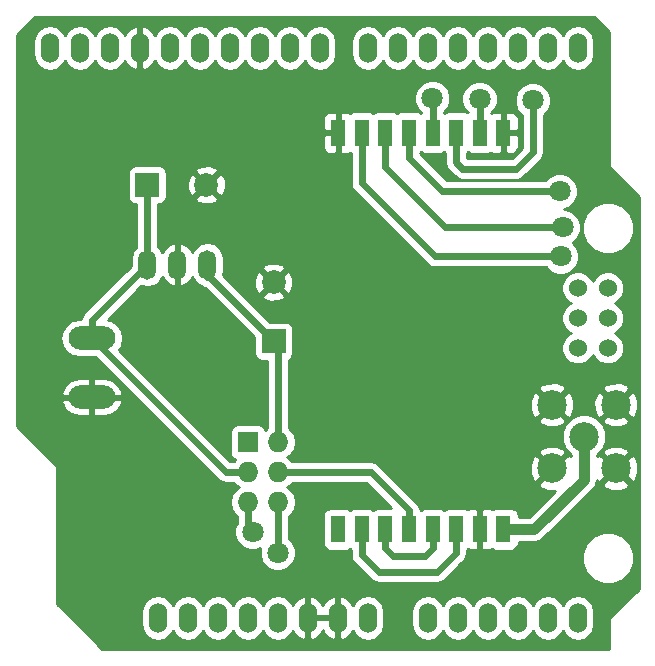
<source format=gbl>
G04 #@! TF.FileFunction,Copper,L2,Bot,Signal*
%FSLAX46Y46*%
G04 Gerber Fmt 4.6, Leading zero omitted, Abs format (unit mm)*
G04 Created by KiCad (PCBNEW 4.0.2-4+6225~38~ubuntu15.10.1-stable) date vie 19 feb 2016 01:19:40 CLT*
%MOMM*%
G01*
G04 APERTURE LIST*
%ADD10C,0.150000*%
%ADD11O,1.524000X2.540000*%
%ADD12C,1.524000*%
%ADD13O,3.962400X1.981200*%
%ADD14C,2.500000*%
%ADD15O,1.501140X2.499360*%
%ADD16R,1.727200X1.727200*%
%ADD17O,1.727200X1.727200*%
%ADD18R,1.300000X2.300000*%
%ADD19R,2.000000X2.000000*%
%ADD20C,2.000000*%
%ADD21C,1.800000*%
%ADD22C,0.600000*%
%ADD23C,0.900000*%
%ADD24C,0.254000*%
G04 APERTURE END LIST*
D10*
D11*
X82080100Y-82092800D03*
X79540100Y-82092800D03*
X77000100Y-82092800D03*
X69380100Y-82092800D03*
X71920100Y-82092800D03*
X74460100Y-82092800D03*
X64300100Y-82092800D03*
X61760100Y-82092800D03*
X59220100Y-82092800D03*
X54140100Y-82092800D03*
X51600100Y-82092800D03*
X82080100Y-33832800D03*
X79540100Y-33832800D03*
X77000100Y-33832800D03*
X74460100Y-33832800D03*
X71920100Y-33832800D03*
X69380100Y-33832800D03*
X66840100Y-33832800D03*
X64300100Y-33832800D03*
X60236100Y-33832800D03*
X57696100Y-33832800D03*
X55156100Y-33832800D03*
X52616100Y-33832800D03*
X50076100Y-33832800D03*
X47536100Y-33832800D03*
X44996100Y-33832800D03*
X42456100Y-33832800D03*
X56680100Y-82092800D03*
X39916100Y-33832800D03*
X37376100Y-33832800D03*
X49060100Y-82092800D03*
X46520100Y-82092800D03*
D12*
X82080100Y-54152800D03*
X84620100Y-54152800D03*
X82080100Y-56692800D03*
X84620100Y-56692800D03*
X82080100Y-59232800D03*
X84620100Y-59232800D03*
D13*
X40932100Y-63412500D03*
X40932100Y-58412500D03*
D14*
X85300800Y-69438500D03*
X85300800Y-64038500D03*
X79900800Y-69438500D03*
X79900800Y-64038500D03*
X82600800Y-66738500D03*
D15*
X48171100Y-52197000D03*
X45631100Y-52197000D03*
X50711100Y-52197000D03*
D16*
X54140100Y-67221100D03*
D17*
X56680100Y-67221100D03*
X54140100Y-69761100D03*
X56680100Y-69761100D03*
X54140100Y-72301100D03*
X56680100Y-72301100D03*
D18*
X75780800Y-41008300D03*
X73780800Y-41008300D03*
X71780800Y-41008300D03*
X69780800Y-41008300D03*
X67780800Y-41008300D03*
X65780800Y-41008300D03*
X63780800Y-41008300D03*
X61780800Y-41008300D03*
X75780800Y-74602400D03*
X73780800Y-74602400D03*
X71780800Y-74602400D03*
X69780800Y-74602400D03*
X67780800Y-74602400D03*
X65780800Y-74602400D03*
X63780800Y-74602400D03*
X61780800Y-74602400D03*
D19*
X45631100Y-45427900D03*
D20*
X50631100Y-45427900D03*
D19*
X56324500Y-58674000D03*
D20*
X56324500Y-53674000D03*
D21*
X78270100Y-38277800D03*
X69761100Y-38087300D03*
X80619600Y-51485800D03*
X80556100Y-45961300D03*
X80810100Y-49009300D03*
X73761600Y-38150800D03*
X54546500Y-74790300D03*
X56667400Y-76581000D03*
D22*
X71780800Y-41008300D02*
X71780800Y-43536000D01*
X78270100Y-42659300D02*
X78270100Y-38277800D01*
X76873100Y-44056300D02*
X78270100Y-42659300D01*
X72301100Y-44056300D02*
X76873100Y-44056300D01*
X71780800Y-43536000D02*
X72301100Y-44056300D01*
X69780800Y-41008300D02*
X69780800Y-38107000D01*
X69780800Y-38107000D02*
X69761100Y-38087300D01*
X63780800Y-41008300D02*
X63780800Y-45315000D01*
X69951600Y-51485800D02*
X80619600Y-51485800D01*
X63780800Y-45315000D02*
X69951600Y-51485800D01*
X67780800Y-41008300D02*
X67780800Y-43155500D01*
X70586600Y-45961300D02*
X80556100Y-45961300D01*
X67780800Y-43155500D02*
X70586600Y-45961300D01*
X65780800Y-41008300D02*
X65780800Y-43949500D01*
X70840600Y-49009300D02*
X80810100Y-49009300D01*
X65780800Y-43949500D02*
X70840600Y-49009300D01*
X65780800Y-74602400D02*
X65780800Y-76167100D01*
X69780800Y-76167600D02*
X69780800Y-74602400D01*
X69126100Y-76822300D02*
X69780800Y-76167600D01*
X66436000Y-76822300D02*
X69126100Y-76822300D01*
X65780800Y-76167100D02*
X66436000Y-76822300D01*
X63780800Y-74602400D02*
X63780800Y-76747500D01*
X71780800Y-76580600D02*
X71780800Y-74602400D01*
X70142100Y-78219300D02*
X71780800Y-76580600D01*
X65252600Y-78219300D02*
X70142100Y-78219300D01*
X63780800Y-76747500D02*
X65252600Y-78219300D01*
D23*
X75780800Y-74602400D02*
X78394500Y-74602400D01*
X82600800Y-70396100D02*
X82600800Y-66738500D01*
X78394500Y-74602400D02*
X82600800Y-70396100D01*
D22*
X73780800Y-41008300D02*
X73780800Y-38170000D01*
X73780800Y-38170000D02*
X73761600Y-38150800D01*
X50711100Y-52197000D02*
X50711100Y-53060600D01*
X50711100Y-53060600D02*
X56680100Y-59029600D01*
X56680100Y-59029600D02*
X56680100Y-67221100D01*
X50711100Y-52197000D02*
X50711100Y-53263800D01*
X40932100Y-58412500D02*
X40932100Y-56896000D01*
X40932100Y-56896000D02*
X45631100Y-52197000D01*
X45631100Y-52197000D02*
X45631100Y-45427900D01*
X54140100Y-69761100D02*
X52280700Y-69761100D01*
X52280700Y-69761100D02*
X40932100Y-58412500D01*
X56680100Y-69761100D02*
X64541400Y-69761100D01*
X67780800Y-73000500D02*
X67780800Y-74602400D01*
X64541400Y-69761100D02*
X67780800Y-73000500D01*
X54140100Y-72301100D02*
X54140100Y-74383900D01*
X54140100Y-74383900D02*
X54546500Y-74790300D01*
X56680100Y-72301100D02*
X56680100Y-76568300D01*
X56680100Y-76568300D02*
X56667400Y-76581000D01*
D24*
G36*
X84683600Y-32488406D02*
X84683600Y-43865800D01*
X84693606Y-43915210D01*
X84720797Y-43955603D01*
X87223600Y-46458406D01*
X87223600Y-79627194D01*
X84720797Y-82129997D01*
X84692934Y-82172011D01*
X84683600Y-82219800D01*
X84683600Y-84696300D01*
X41784806Y-84696300D01*
X38635985Y-81547479D01*
X45123100Y-81547479D01*
X45123100Y-82638121D01*
X45229440Y-83172730D01*
X45532272Y-83625949D01*
X45985491Y-83928781D01*
X46520100Y-84035121D01*
X47054709Y-83928781D01*
X47507928Y-83625949D01*
X47790100Y-83203650D01*
X48072272Y-83625949D01*
X48525491Y-83928781D01*
X49060100Y-84035121D01*
X49594709Y-83928781D01*
X50047928Y-83625949D01*
X50330100Y-83203650D01*
X50612272Y-83625949D01*
X51065491Y-83928781D01*
X51600100Y-84035121D01*
X52134709Y-83928781D01*
X52587928Y-83625949D01*
X52870100Y-83203650D01*
X53152272Y-83625949D01*
X53605491Y-83928781D01*
X54140100Y-84035121D01*
X54674709Y-83928781D01*
X55127928Y-83625949D01*
X55410100Y-83203650D01*
X55692272Y-83625949D01*
X56145491Y-83928781D01*
X56680100Y-84035121D01*
X57214709Y-83928781D01*
X57667928Y-83625949D01*
X57959430Y-83189687D01*
X57978041Y-83252741D01*
X58322074Y-83678430D01*
X58802823Y-83940060D01*
X58877030Y-83955020D01*
X59093100Y-83832520D01*
X59093100Y-82219800D01*
X59347100Y-82219800D01*
X59347100Y-83832520D01*
X59563170Y-83955020D01*
X59637377Y-83940060D01*
X60118126Y-83678430D01*
X60462159Y-83252741D01*
X60490100Y-83158077D01*
X60518041Y-83252741D01*
X60862074Y-83678430D01*
X61342823Y-83940060D01*
X61417030Y-83955020D01*
X61633100Y-83832520D01*
X61633100Y-82219800D01*
X59347100Y-82219800D01*
X59093100Y-82219800D01*
X59073100Y-82219800D01*
X59073100Y-81965800D01*
X59093100Y-81965800D01*
X59093100Y-80353080D01*
X59347100Y-80353080D01*
X59347100Y-81965800D01*
X61633100Y-81965800D01*
X61633100Y-80353080D01*
X61887100Y-80353080D01*
X61887100Y-81965800D01*
X61907100Y-81965800D01*
X61907100Y-82219800D01*
X61887100Y-82219800D01*
X61887100Y-83832520D01*
X62103170Y-83955020D01*
X62177377Y-83940060D01*
X62658126Y-83678430D01*
X63002159Y-83252741D01*
X63020770Y-83189687D01*
X63312272Y-83625949D01*
X63765491Y-83928781D01*
X64300100Y-84035121D01*
X64834709Y-83928781D01*
X65287928Y-83625949D01*
X65590760Y-83172730D01*
X65697100Y-82638121D01*
X65697100Y-81547479D01*
X67983100Y-81547479D01*
X67983100Y-82638121D01*
X68089440Y-83172730D01*
X68392272Y-83625949D01*
X68845491Y-83928781D01*
X69380100Y-84035121D01*
X69914709Y-83928781D01*
X70367928Y-83625949D01*
X70650100Y-83203650D01*
X70932272Y-83625949D01*
X71385491Y-83928781D01*
X71920100Y-84035121D01*
X72454709Y-83928781D01*
X72907928Y-83625949D01*
X73190100Y-83203650D01*
X73472272Y-83625949D01*
X73925491Y-83928781D01*
X74460100Y-84035121D01*
X74994709Y-83928781D01*
X75447928Y-83625949D01*
X75730100Y-83203650D01*
X76012272Y-83625949D01*
X76465491Y-83928781D01*
X77000100Y-84035121D01*
X77534709Y-83928781D01*
X77987928Y-83625949D01*
X78270100Y-83203650D01*
X78552272Y-83625949D01*
X79005491Y-83928781D01*
X79540100Y-84035121D01*
X80074709Y-83928781D01*
X80527928Y-83625949D01*
X80810100Y-83203650D01*
X81092272Y-83625949D01*
X81545491Y-83928781D01*
X82080100Y-84035121D01*
X82614709Y-83928781D01*
X83067928Y-83625949D01*
X83370760Y-83172730D01*
X83477100Y-82638121D01*
X83477100Y-81547479D01*
X83370760Y-81012870D01*
X83067928Y-80559651D01*
X82614709Y-80256819D01*
X82080100Y-80150479D01*
X81545491Y-80256819D01*
X81092272Y-80559651D01*
X80810100Y-80981950D01*
X80527928Y-80559651D01*
X80074709Y-80256819D01*
X79540100Y-80150479D01*
X79005491Y-80256819D01*
X78552272Y-80559651D01*
X78270100Y-80981950D01*
X77987928Y-80559651D01*
X77534709Y-80256819D01*
X77000100Y-80150479D01*
X76465491Y-80256819D01*
X76012272Y-80559651D01*
X75730100Y-80981950D01*
X75447928Y-80559651D01*
X74994709Y-80256819D01*
X74460100Y-80150479D01*
X73925491Y-80256819D01*
X73472272Y-80559651D01*
X73190100Y-80981950D01*
X72907928Y-80559651D01*
X72454709Y-80256819D01*
X71920100Y-80150479D01*
X71385491Y-80256819D01*
X70932272Y-80559651D01*
X70650100Y-80981950D01*
X70367928Y-80559651D01*
X69914709Y-80256819D01*
X69380100Y-80150479D01*
X68845491Y-80256819D01*
X68392272Y-80559651D01*
X68089440Y-81012870D01*
X67983100Y-81547479D01*
X65697100Y-81547479D01*
X65590760Y-81012870D01*
X65287928Y-80559651D01*
X64834709Y-80256819D01*
X64300100Y-80150479D01*
X63765491Y-80256819D01*
X63312272Y-80559651D01*
X63020770Y-80995913D01*
X63002159Y-80932859D01*
X62658126Y-80507170D01*
X62177377Y-80245540D01*
X62103170Y-80230580D01*
X61887100Y-80353080D01*
X61633100Y-80353080D01*
X61417030Y-80230580D01*
X61342823Y-80245540D01*
X60862074Y-80507170D01*
X60518041Y-80932859D01*
X60490100Y-81027523D01*
X60462159Y-80932859D01*
X60118126Y-80507170D01*
X59637377Y-80245540D01*
X59563170Y-80230580D01*
X59347100Y-80353080D01*
X59093100Y-80353080D01*
X58877030Y-80230580D01*
X58802823Y-80245540D01*
X58322074Y-80507170D01*
X57978041Y-80932859D01*
X57959430Y-80995913D01*
X57667928Y-80559651D01*
X57214709Y-80256819D01*
X56680100Y-80150479D01*
X56145491Y-80256819D01*
X55692272Y-80559651D01*
X55410100Y-80981950D01*
X55127928Y-80559651D01*
X54674709Y-80256819D01*
X54140100Y-80150479D01*
X53605491Y-80256819D01*
X53152272Y-80559651D01*
X52870100Y-80981950D01*
X52587928Y-80559651D01*
X52134709Y-80256819D01*
X51600100Y-80150479D01*
X51065491Y-80256819D01*
X50612272Y-80559651D01*
X50330100Y-80981950D01*
X50047928Y-80559651D01*
X49594709Y-80256819D01*
X49060100Y-80150479D01*
X48525491Y-80256819D01*
X48072272Y-80559651D01*
X47790100Y-80981950D01*
X47507928Y-80559651D01*
X47054709Y-80256819D01*
X46520100Y-80150479D01*
X45985491Y-80256819D01*
X45532272Y-80559651D01*
X45229440Y-81012870D01*
X45123100Y-81547479D01*
X38635985Y-81547479D01*
X38023800Y-80935294D01*
X38023800Y-69342000D01*
X38013794Y-69292590D01*
X37986603Y-69252197D01*
X37813152Y-69078746D01*
X37809668Y-69073532D01*
X34607500Y-65871364D01*
X34607500Y-63791459D01*
X38360689Y-63791459D01*
X38391040Y-63917257D01*
X38702224Y-64472170D01*
X39202077Y-64865758D01*
X39814500Y-65038100D01*
X40805100Y-65038100D01*
X40805100Y-63539500D01*
X41059100Y-63539500D01*
X41059100Y-65038100D01*
X42049700Y-65038100D01*
X42662123Y-64865758D01*
X43161976Y-64472170D01*
X43473160Y-63917257D01*
X43503511Y-63791459D01*
X43384042Y-63539500D01*
X41059100Y-63539500D01*
X40805100Y-63539500D01*
X38480158Y-63539500D01*
X38360689Y-63791459D01*
X34607500Y-63791459D01*
X34607500Y-63033541D01*
X38360689Y-63033541D01*
X38480158Y-63285500D01*
X40805100Y-63285500D01*
X40805100Y-61786900D01*
X41059100Y-61786900D01*
X41059100Y-63285500D01*
X43384042Y-63285500D01*
X43503511Y-63033541D01*
X43473160Y-62907743D01*
X43161976Y-62352830D01*
X42662123Y-61959242D01*
X42049700Y-61786900D01*
X41059100Y-61786900D01*
X40805100Y-61786900D01*
X39814500Y-61786900D01*
X39202077Y-61959242D01*
X38702224Y-62352830D01*
X38391040Y-62907743D01*
X38360689Y-63033541D01*
X34607500Y-63033541D01*
X34607500Y-58412500D01*
X38264646Y-58412500D01*
X38388387Y-59034590D01*
X38740773Y-59561973D01*
X39268156Y-59914359D01*
X39890246Y-60038100D01*
X41235410Y-60038100D01*
X51619555Y-70422245D01*
X51922891Y-70624927D01*
X52280700Y-70696100D01*
X52967769Y-70696100D01*
X53051071Y-70820770D01*
X53365852Y-71031100D01*
X53051071Y-71241430D01*
X52726215Y-71727611D01*
X52612141Y-72301100D01*
X52726215Y-72874589D01*
X53051071Y-73360770D01*
X53205100Y-73463689D01*
X53205100Y-74018032D01*
X53011767Y-74483630D01*
X53011235Y-75094291D01*
X53244432Y-75658671D01*
X53675857Y-76090851D01*
X54239830Y-76325033D01*
X54850491Y-76325565D01*
X55165427Y-76195436D01*
X55132667Y-76274330D01*
X55132135Y-76884991D01*
X55365332Y-77449371D01*
X55796757Y-77881551D01*
X56360730Y-78115733D01*
X56971391Y-78116265D01*
X57535771Y-77883068D01*
X57967951Y-77451643D01*
X58202133Y-76887670D01*
X58202665Y-76277009D01*
X57969468Y-75712629D01*
X57615100Y-75357641D01*
X57615100Y-73463689D01*
X57769129Y-73360770D01*
X58093985Y-72874589D01*
X58208059Y-72301100D01*
X58093985Y-71727611D01*
X57769129Y-71241430D01*
X57454348Y-71031100D01*
X57769129Y-70820770D01*
X57852431Y-70696100D01*
X64154110Y-70696100D01*
X66262970Y-72804960D01*
X65130800Y-72804960D01*
X64895483Y-72849238D01*
X64780822Y-72923020D01*
X64682690Y-72855969D01*
X64430800Y-72804960D01*
X63130800Y-72804960D01*
X62895483Y-72849238D01*
X62780822Y-72923020D01*
X62682690Y-72855969D01*
X62430800Y-72804960D01*
X61130800Y-72804960D01*
X60895483Y-72849238D01*
X60679359Y-72988310D01*
X60534369Y-73200510D01*
X60483360Y-73452400D01*
X60483360Y-75752400D01*
X60527638Y-75987717D01*
X60666710Y-76203841D01*
X60878910Y-76348831D01*
X61130800Y-76399840D01*
X62430800Y-76399840D01*
X62666117Y-76355562D01*
X62780778Y-76281780D01*
X62845800Y-76326208D01*
X62845800Y-76747500D01*
X62916973Y-77105309D01*
X63119655Y-77408645D01*
X64591455Y-78880445D01*
X64894791Y-79083127D01*
X64954156Y-79094936D01*
X65252600Y-79154301D01*
X65252605Y-79154300D01*
X70142100Y-79154300D01*
X70499909Y-79083127D01*
X70803245Y-78880445D01*
X72230747Y-77452943D01*
X82397215Y-77452943D01*
X82734858Y-78270100D01*
X83359511Y-78895845D01*
X84176078Y-79234913D01*
X85060243Y-79235685D01*
X85877400Y-78898042D01*
X86503145Y-78273389D01*
X86842213Y-77456822D01*
X86842985Y-76572657D01*
X86505342Y-75755500D01*
X85880689Y-75129755D01*
X85064122Y-74790687D01*
X84179957Y-74789915D01*
X83362800Y-75127558D01*
X82737055Y-75752211D01*
X82397987Y-76568778D01*
X82397215Y-77452943D01*
X72230747Y-77452943D01*
X72441945Y-77241745D01*
X72644627Y-76938409D01*
X72715800Y-76580600D01*
X72715800Y-76323592D01*
X72769446Y-76289071D01*
X72771102Y-76290727D01*
X73004491Y-76387400D01*
X73495050Y-76387400D01*
X73653800Y-76228650D01*
X73653800Y-74729400D01*
X73633800Y-74729400D01*
X73633800Y-74475400D01*
X73653800Y-74475400D01*
X73653800Y-72976150D01*
X73907800Y-72976150D01*
X73907800Y-74475400D01*
X73927800Y-74475400D01*
X73927800Y-74729400D01*
X73907800Y-74729400D01*
X73907800Y-76228650D01*
X74066550Y-76387400D01*
X74557109Y-76387400D01*
X74790498Y-76290727D01*
X74791868Y-76289357D01*
X74878910Y-76348831D01*
X75130800Y-76399840D01*
X76430800Y-76399840D01*
X76666117Y-76355562D01*
X76882241Y-76216490D01*
X77027231Y-76004290D01*
X77078240Y-75752400D01*
X77078240Y-75687400D01*
X78394500Y-75687400D01*
X78809712Y-75604809D01*
X79161711Y-75369611D01*
X83368011Y-71163311D01*
X83603210Y-70811311D01*
X83611065Y-70771820D01*
X84147085Y-70771820D01*
X84276333Y-71064623D01*
X84976606Y-71332888D01*
X85726235Y-71312750D01*
X86325267Y-71064623D01*
X86454515Y-70771820D01*
X85300800Y-69618105D01*
X84147085Y-70771820D01*
X83611065Y-70771820D01*
X83673206Y-70459417D01*
X83674677Y-70462967D01*
X83967480Y-70592215D01*
X85121195Y-69438500D01*
X85480405Y-69438500D01*
X86634120Y-70592215D01*
X86926923Y-70462967D01*
X87195188Y-69762694D01*
X87175050Y-69013065D01*
X86926923Y-68414033D01*
X86634120Y-68284785D01*
X85480405Y-69438500D01*
X85121195Y-69438500D01*
X83967480Y-68284785D01*
X83685800Y-68409123D01*
X83685800Y-68318861D01*
X83899854Y-68105180D01*
X84147085Y-68105180D01*
X85300800Y-69258895D01*
X86454515Y-68105180D01*
X86325267Y-67812377D01*
X85624994Y-67544112D01*
X84875365Y-67564250D01*
X84276333Y-67812377D01*
X84147085Y-68105180D01*
X83899854Y-68105180D01*
X84197893Y-67807661D01*
X84485472Y-67115095D01*
X84486126Y-66365195D01*
X84199757Y-65672128D01*
X83899973Y-65371820D01*
X84147085Y-65371820D01*
X84276333Y-65664623D01*
X84976606Y-65932888D01*
X85726235Y-65912750D01*
X86325267Y-65664623D01*
X86454515Y-65371820D01*
X85300800Y-64218105D01*
X84147085Y-65371820D01*
X83899973Y-65371820D01*
X83669961Y-65141407D01*
X82977395Y-64853828D01*
X82227495Y-64853174D01*
X81534428Y-65139543D01*
X81003707Y-65669339D01*
X80716128Y-66361905D01*
X80715474Y-67111805D01*
X81001843Y-67804872D01*
X81515800Y-68319726D01*
X81515800Y-68409123D01*
X81234120Y-68284785D01*
X80080405Y-69438500D01*
X80094548Y-69452643D01*
X79914943Y-69632248D01*
X79900800Y-69618105D01*
X78747085Y-70771820D01*
X78876333Y-71064623D01*
X79576606Y-71332888D01*
X80144855Y-71317623D01*
X77945078Y-73517400D01*
X77078240Y-73517400D01*
X77078240Y-73452400D01*
X77033962Y-73217083D01*
X76894890Y-73000959D01*
X76682690Y-72855969D01*
X76430800Y-72804960D01*
X75130800Y-72804960D01*
X74895483Y-72849238D01*
X74792154Y-72915729D01*
X74790498Y-72914073D01*
X74557109Y-72817400D01*
X74066550Y-72817400D01*
X73907800Y-72976150D01*
X73653800Y-72976150D01*
X73495050Y-72817400D01*
X73004491Y-72817400D01*
X72771102Y-72914073D01*
X72769732Y-72915443D01*
X72682690Y-72855969D01*
X72430800Y-72804960D01*
X71130800Y-72804960D01*
X70895483Y-72849238D01*
X70780822Y-72923020D01*
X70682690Y-72855969D01*
X70430800Y-72804960D01*
X69130800Y-72804960D01*
X68895483Y-72849238D01*
X68780822Y-72923020D01*
X68687737Y-72859417D01*
X68644627Y-72642691D01*
X68441945Y-72339355D01*
X65216896Y-69114306D01*
X78006412Y-69114306D01*
X78026550Y-69863935D01*
X78274677Y-70462967D01*
X78567480Y-70592215D01*
X79721195Y-69438500D01*
X78567480Y-68284785D01*
X78274677Y-68414033D01*
X78006412Y-69114306D01*
X65216896Y-69114306D01*
X65202545Y-69099955D01*
X64899209Y-68897273D01*
X64541400Y-68826100D01*
X57852431Y-68826100D01*
X57769129Y-68701430D01*
X57454348Y-68491100D01*
X57769129Y-68280770D01*
X57886454Y-68105180D01*
X78747085Y-68105180D01*
X79900800Y-69258895D01*
X81054515Y-68105180D01*
X80925267Y-67812377D01*
X80224994Y-67544112D01*
X79475365Y-67564250D01*
X78876333Y-67812377D01*
X78747085Y-68105180D01*
X57886454Y-68105180D01*
X58093985Y-67794589D01*
X58208059Y-67221100D01*
X58093985Y-66647611D01*
X57769129Y-66161430D01*
X57615100Y-66058511D01*
X57615100Y-65371820D01*
X78747085Y-65371820D01*
X78876333Y-65664623D01*
X79576606Y-65932888D01*
X80326235Y-65912750D01*
X80925267Y-65664623D01*
X81054515Y-65371820D01*
X79900800Y-64218105D01*
X78747085Y-65371820D01*
X57615100Y-65371820D01*
X57615100Y-63714306D01*
X78006412Y-63714306D01*
X78026550Y-64463935D01*
X78274677Y-65062967D01*
X78567480Y-65192215D01*
X79721195Y-64038500D01*
X80080405Y-64038500D01*
X81234120Y-65192215D01*
X81526923Y-65062967D01*
X81795188Y-64362694D01*
X81777770Y-63714306D01*
X83406412Y-63714306D01*
X83426550Y-64463935D01*
X83674677Y-65062967D01*
X83967480Y-65192215D01*
X85121195Y-64038500D01*
X85480405Y-64038500D01*
X86634120Y-65192215D01*
X86926923Y-65062967D01*
X87195188Y-64362694D01*
X87175050Y-63613065D01*
X86926923Y-63014033D01*
X86634120Y-62884785D01*
X85480405Y-64038500D01*
X85121195Y-64038500D01*
X83967480Y-62884785D01*
X83674677Y-63014033D01*
X83406412Y-63714306D01*
X81777770Y-63714306D01*
X81775050Y-63613065D01*
X81526923Y-63014033D01*
X81234120Y-62884785D01*
X80080405Y-64038500D01*
X79721195Y-64038500D01*
X78567480Y-62884785D01*
X78274677Y-63014033D01*
X78006412Y-63714306D01*
X57615100Y-63714306D01*
X57615100Y-62705180D01*
X78747085Y-62705180D01*
X79900800Y-63858895D01*
X81054515Y-62705180D01*
X84147085Y-62705180D01*
X85300800Y-63858895D01*
X86454515Y-62705180D01*
X86325267Y-62412377D01*
X85624994Y-62144112D01*
X84875365Y-62164250D01*
X84276333Y-62412377D01*
X84147085Y-62705180D01*
X81054515Y-62705180D01*
X80925267Y-62412377D01*
X80224994Y-62144112D01*
X79475365Y-62164250D01*
X78876333Y-62412377D01*
X78747085Y-62705180D01*
X57615100Y-62705180D01*
X57615100Y-60241588D01*
X57775941Y-60138090D01*
X57920931Y-59925890D01*
X57971940Y-59674000D01*
X57971940Y-57674000D01*
X57927662Y-57438683D01*
X57788590Y-57222559D01*
X57576390Y-57077569D01*
X57324500Y-57026560D01*
X55999350Y-57026560D01*
X53799322Y-54826532D01*
X55351573Y-54826532D01*
X55450236Y-55093387D01*
X56059961Y-55319908D01*
X56709960Y-55295856D01*
X57198764Y-55093387D01*
X57297427Y-54826532D01*
X56324500Y-53853605D01*
X55351573Y-54826532D01*
X53799322Y-54826532D01*
X52382251Y-53409461D01*
X54678592Y-53409461D01*
X54702644Y-54059460D01*
X54905113Y-54548264D01*
X55171968Y-54646927D01*
X56144895Y-53674000D01*
X56504105Y-53674000D01*
X57477032Y-54646927D01*
X57743887Y-54548264D01*
X57788023Y-54429461D01*
X80682858Y-54429461D01*
X80895090Y-54943103D01*
X81287730Y-55336429D01*
X81495612Y-55422749D01*
X81289797Y-55507790D01*
X80896471Y-55900430D01*
X80683343Y-56413700D01*
X80682858Y-56969461D01*
X80895090Y-57483103D01*
X81287730Y-57876429D01*
X81495612Y-57962749D01*
X81289797Y-58047790D01*
X80896471Y-58440430D01*
X80683343Y-58953700D01*
X80682858Y-59509461D01*
X80895090Y-60023103D01*
X81287730Y-60416429D01*
X81801000Y-60629557D01*
X82356761Y-60630042D01*
X82870403Y-60417810D01*
X83263729Y-60025170D01*
X83350049Y-59817288D01*
X83435090Y-60023103D01*
X83827730Y-60416429D01*
X84341000Y-60629557D01*
X84896761Y-60630042D01*
X85410403Y-60417810D01*
X85803729Y-60025170D01*
X86016857Y-59511900D01*
X86017342Y-58956139D01*
X85805110Y-58442497D01*
X85412470Y-58049171D01*
X85204588Y-57962851D01*
X85410403Y-57877810D01*
X85803729Y-57485170D01*
X86016857Y-56971900D01*
X86017342Y-56416139D01*
X85805110Y-55902497D01*
X85412470Y-55509171D01*
X85204588Y-55422851D01*
X85410403Y-55337810D01*
X85803729Y-54945170D01*
X86016857Y-54431900D01*
X86017342Y-53876139D01*
X85805110Y-53362497D01*
X85412470Y-52969171D01*
X84899200Y-52756043D01*
X84343439Y-52755558D01*
X83829797Y-52967790D01*
X83436471Y-53360430D01*
X83350151Y-53568312D01*
X83265110Y-53362497D01*
X82872470Y-52969171D01*
X82359200Y-52756043D01*
X81803439Y-52755558D01*
X81289797Y-52967790D01*
X80896471Y-53360430D01*
X80683343Y-53873700D01*
X80682858Y-54429461D01*
X57788023Y-54429461D01*
X57970408Y-53938539D01*
X57946356Y-53288540D01*
X57743887Y-52799736D01*
X57477032Y-52701073D01*
X56504105Y-53674000D01*
X56144895Y-53674000D01*
X55171968Y-52701073D01*
X54905113Y-52799736D01*
X54678592Y-53409461D01*
X52382251Y-53409461D01*
X52031824Y-53059034D01*
X52096670Y-52733033D01*
X52096670Y-52521468D01*
X55351573Y-52521468D01*
X56324500Y-53494395D01*
X57297427Y-52521468D01*
X57198764Y-52254613D01*
X56589039Y-52028092D01*
X55939040Y-52052144D01*
X55450236Y-52254613D01*
X55351573Y-52521468D01*
X52096670Y-52521468D01*
X52096670Y-51660967D01*
X51991200Y-51130732D01*
X51690846Y-50681221D01*
X51241335Y-50380867D01*
X50711100Y-50275397D01*
X50180865Y-50380867D01*
X49731354Y-50681221D01*
X49431000Y-51130732D01*
X49429150Y-51140032D01*
X49402599Y-51050323D01*
X49061044Y-50628342D01*
X48584003Y-50369190D01*
X48512375Y-50355007D01*
X48298100Y-50477661D01*
X48298100Y-52070000D01*
X48318100Y-52070000D01*
X48318100Y-52324000D01*
X48298100Y-52324000D01*
X48298100Y-53916339D01*
X48512375Y-54038993D01*
X48584003Y-54024810D01*
X49061044Y-53765658D01*
X49402599Y-53343677D01*
X49429150Y-53253968D01*
X49431000Y-53263268D01*
X49731354Y-53712779D01*
X50180865Y-54013133D01*
X50182393Y-54013437D01*
X50353291Y-54127627D01*
X50481300Y-54153090D01*
X54677060Y-58348850D01*
X54677060Y-59674000D01*
X54721338Y-59909317D01*
X54860410Y-60125441D01*
X55072610Y-60270431D01*
X55324500Y-60321440D01*
X55745100Y-60321440D01*
X55745100Y-66058511D01*
X55611658Y-66147674D01*
X55606862Y-66122183D01*
X55467790Y-65906059D01*
X55255590Y-65761069D01*
X55003700Y-65710060D01*
X53276500Y-65710060D01*
X53041183Y-65754338D01*
X52825059Y-65893410D01*
X52680069Y-66105610D01*
X52629060Y-66357500D01*
X52629060Y-68084700D01*
X52673338Y-68320017D01*
X52812410Y-68536141D01*
X53024610Y-68681131D01*
X53068231Y-68689964D01*
X53051071Y-68701430D01*
X52967769Y-68826100D01*
X52667990Y-68826100D01*
X43235754Y-59393864D01*
X43475813Y-59034590D01*
X43599554Y-58412500D01*
X43475813Y-57790410D01*
X43123427Y-57263027D01*
X42596044Y-56910641D01*
X42298862Y-56851528D01*
X45131219Y-54019171D01*
X45631100Y-54118603D01*
X46161335Y-54013133D01*
X46610846Y-53712779D01*
X46911200Y-53263268D01*
X46913050Y-53253968D01*
X46939601Y-53343677D01*
X47281156Y-53765658D01*
X47758197Y-54024810D01*
X47829825Y-54038993D01*
X48044100Y-53916339D01*
X48044100Y-52324000D01*
X48024100Y-52324000D01*
X48024100Y-52070000D01*
X48044100Y-52070000D01*
X48044100Y-50477661D01*
X47829825Y-50355007D01*
X47758197Y-50369190D01*
X47281156Y-50628342D01*
X46939601Y-51050323D01*
X46913050Y-51140032D01*
X46911200Y-51130732D01*
X46610846Y-50681221D01*
X46566100Y-50651323D01*
X46566100Y-47075340D01*
X46631100Y-47075340D01*
X46866417Y-47031062D01*
X47082541Y-46891990D01*
X47227531Y-46679790D01*
X47247651Y-46580432D01*
X49658173Y-46580432D01*
X49756836Y-46847287D01*
X50366561Y-47073808D01*
X51016560Y-47049756D01*
X51505364Y-46847287D01*
X51604027Y-46580432D01*
X50631100Y-45607505D01*
X49658173Y-46580432D01*
X47247651Y-46580432D01*
X47278540Y-46427900D01*
X47278540Y-45163361D01*
X48985192Y-45163361D01*
X49009244Y-45813360D01*
X49211713Y-46302164D01*
X49478568Y-46400827D01*
X50451495Y-45427900D01*
X50810705Y-45427900D01*
X51783632Y-46400827D01*
X52050487Y-46302164D01*
X52277008Y-45692439D01*
X52252956Y-45042440D01*
X52050487Y-44553636D01*
X51783632Y-44454973D01*
X50810705Y-45427900D01*
X50451495Y-45427900D01*
X49478568Y-44454973D01*
X49211713Y-44553636D01*
X48985192Y-45163361D01*
X47278540Y-45163361D01*
X47278540Y-44427900D01*
X47249840Y-44275368D01*
X49658173Y-44275368D01*
X50631100Y-45248295D01*
X51604027Y-44275368D01*
X51505364Y-44008513D01*
X50895639Y-43781992D01*
X50245640Y-43806044D01*
X49756836Y-44008513D01*
X49658173Y-44275368D01*
X47249840Y-44275368D01*
X47234262Y-44192583D01*
X47095190Y-43976459D01*
X46882990Y-43831469D01*
X46631100Y-43780460D01*
X44631100Y-43780460D01*
X44395783Y-43824738D01*
X44179659Y-43963810D01*
X44034669Y-44176010D01*
X43983660Y-44427900D01*
X43983660Y-46427900D01*
X44027938Y-46663217D01*
X44167010Y-46879341D01*
X44379210Y-47024331D01*
X44631100Y-47075340D01*
X44696100Y-47075340D01*
X44696100Y-50651323D01*
X44651354Y-50681221D01*
X44351000Y-51130732D01*
X44245530Y-51660967D01*
X44245530Y-52260280D01*
X40270955Y-56234855D01*
X40068273Y-56538191D01*
X40018801Y-56786900D01*
X39890246Y-56786900D01*
X39268156Y-56910641D01*
X38740773Y-57263027D01*
X38388387Y-57790410D01*
X38264646Y-58412500D01*
X34607500Y-58412500D01*
X34607500Y-41294050D01*
X60495800Y-41294050D01*
X60495800Y-42284610D01*
X60592473Y-42517999D01*
X60771102Y-42696627D01*
X61004491Y-42793300D01*
X61495050Y-42793300D01*
X61653800Y-42634550D01*
X61653800Y-41135300D01*
X60654550Y-41135300D01*
X60495800Y-41294050D01*
X34607500Y-41294050D01*
X34607500Y-39731990D01*
X60495800Y-39731990D01*
X60495800Y-40722550D01*
X60654550Y-40881300D01*
X61653800Y-40881300D01*
X61653800Y-39382050D01*
X61907800Y-39382050D01*
X61907800Y-40881300D01*
X61927800Y-40881300D01*
X61927800Y-41135300D01*
X61907800Y-41135300D01*
X61907800Y-42634550D01*
X62066550Y-42793300D01*
X62557109Y-42793300D01*
X62790498Y-42696627D01*
X62791868Y-42695257D01*
X62845800Y-42732108D01*
X62845800Y-45315000D01*
X62916973Y-45672809D01*
X63119655Y-45976145D01*
X69290455Y-52146945D01*
X69593791Y-52349627D01*
X69951600Y-52420800D01*
X79384045Y-52420800D01*
X79748957Y-52786351D01*
X80312930Y-53020533D01*
X80923591Y-53021065D01*
X81487971Y-52787868D01*
X81920151Y-52356443D01*
X82154333Y-51792470D01*
X82154865Y-51181809D01*
X81921668Y-50617429D01*
X81634343Y-50329601D01*
X81678471Y-50311368D01*
X82110651Y-49879943D01*
X82263042Y-49512943D01*
X82397215Y-49512943D01*
X82734858Y-50330100D01*
X83359511Y-50955845D01*
X84176078Y-51294913D01*
X85060243Y-51295685D01*
X85877400Y-50958042D01*
X86503145Y-50333389D01*
X86842213Y-49516822D01*
X86842985Y-48632657D01*
X86505342Y-47815500D01*
X85880689Y-47189755D01*
X85064122Y-46850687D01*
X84179957Y-46849915D01*
X83362800Y-47187558D01*
X82737055Y-47812211D01*
X82397987Y-48628778D01*
X82397215Y-49512943D01*
X82263042Y-49512943D01*
X82344833Y-49315970D01*
X82345365Y-48705309D01*
X82112168Y-48140929D01*
X81680743Y-47708749D01*
X81116770Y-47474567D01*
X80913758Y-47474390D01*
X81424471Y-47263368D01*
X81856651Y-46831943D01*
X82090833Y-46267970D01*
X82091365Y-45657309D01*
X81858168Y-45092929D01*
X81426743Y-44660749D01*
X80862770Y-44426567D01*
X80252109Y-44426035D01*
X79687729Y-44659232D01*
X79320019Y-45026300D01*
X70973890Y-45026300D01*
X68715800Y-42768210D01*
X68715800Y-42729492D01*
X68780778Y-42687680D01*
X68878910Y-42754731D01*
X69130800Y-42805740D01*
X70430800Y-42805740D01*
X70666117Y-42761462D01*
X70780778Y-42687680D01*
X70845800Y-42732108D01*
X70845800Y-43536000D01*
X70916973Y-43893809D01*
X71119655Y-44197145D01*
X71639955Y-44717445D01*
X71943291Y-44920127D01*
X72301100Y-44991300D01*
X76873100Y-44991300D01*
X77230909Y-44920127D01*
X77534245Y-44717445D01*
X78931245Y-43320445D01*
X79133927Y-43017109D01*
X79205100Y-42659300D01*
X79205100Y-39513355D01*
X79570651Y-39148443D01*
X79804833Y-38584470D01*
X79805365Y-37973809D01*
X79572168Y-37409429D01*
X79140743Y-36977249D01*
X78576770Y-36743067D01*
X77966109Y-36742535D01*
X77401729Y-36975732D01*
X76969549Y-37407157D01*
X76735367Y-37971130D01*
X76734835Y-38581791D01*
X76968032Y-39146171D01*
X77335100Y-39513881D01*
X77335100Y-42272010D01*
X76485810Y-43121300D01*
X72715800Y-43121300D01*
X72715800Y-42729492D01*
X72780778Y-42687680D01*
X72878910Y-42754731D01*
X73130800Y-42805740D01*
X74430800Y-42805740D01*
X74666117Y-42761462D01*
X74769446Y-42694971D01*
X74771102Y-42696627D01*
X75004491Y-42793300D01*
X75495050Y-42793300D01*
X75653800Y-42634550D01*
X75653800Y-41135300D01*
X75907800Y-41135300D01*
X75907800Y-42634550D01*
X76066550Y-42793300D01*
X76557109Y-42793300D01*
X76790498Y-42696627D01*
X76969127Y-42517999D01*
X77065800Y-42284610D01*
X77065800Y-41294050D01*
X76907050Y-41135300D01*
X75907800Y-41135300D01*
X75653800Y-41135300D01*
X75633800Y-41135300D01*
X75633800Y-40881300D01*
X75653800Y-40881300D01*
X75653800Y-39382050D01*
X75907800Y-39382050D01*
X75907800Y-40881300D01*
X76907050Y-40881300D01*
X77065800Y-40722550D01*
X77065800Y-39731990D01*
X76969127Y-39498601D01*
X76790498Y-39319973D01*
X76557109Y-39223300D01*
X76066550Y-39223300D01*
X75907800Y-39382050D01*
X75653800Y-39382050D01*
X75495050Y-39223300D01*
X75004491Y-39223300D01*
X74771102Y-39319973D01*
X74769732Y-39321343D01*
X74764980Y-39318095D01*
X75062151Y-39021443D01*
X75296333Y-38457470D01*
X75296865Y-37846809D01*
X75063668Y-37282429D01*
X74632243Y-36850249D01*
X74068270Y-36616067D01*
X73457609Y-36615535D01*
X72893229Y-36848732D01*
X72461049Y-37280157D01*
X72226867Y-37844130D01*
X72226335Y-38454791D01*
X72459532Y-39019171D01*
X72742818Y-39302953D01*
X72682690Y-39261869D01*
X72430800Y-39210860D01*
X71130800Y-39210860D01*
X70895483Y-39255138D01*
X70780822Y-39328920D01*
X70726920Y-39292090D01*
X71061651Y-38957943D01*
X71295833Y-38393970D01*
X71296365Y-37783309D01*
X71063168Y-37218929D01*
X70631743Y-36786749D01*
X70067770Y-36552567D01*
X69457109Y-36552035D01*
X68892729Y-36785232D01*
X68460549Y-37216657D01*
X68226367Y-37780630D01*
X68225835Y-38391291D01*
X68459032Y-38955671D01*
X68811758Y-39309014D01*
X68780822Y-39328920D01*
X68682690Y-39261869D01*
X68430800Y-39210860D01*
X67130800Y-39210860D01*
X66895483Y-39255138D01*
X66780822Y-39328920D01*
X66682690Y-39261869D01*
X66430800Y-39210860D01*
X65130800Y-39210860D01*
X64895483Y-39255138D01*
X64780822Y-39328920D01*
X64682690Y-39261869D01*
X64430800Y-39210860D01*
X63130800Y-39210860D01*
X62895483Y-39255138D01*
X62792154Y-39321629D01*
X62790498Y-39319973D01*
X62557109Y-39223300D01*
X62066550Y-39223300D01*
X61907800Y-39382050D01*
X61653800Y-39382050D01*
X61495050Y-39223300D01*
X61004491Y-39223300D01*
X60771102Y-39319973D01*
X60592473Y-39498601D01*
X60495800Y-39731990D01*
X34607500Y-39731990D01*
X34607500Y-33287479D01*
X35979100Y-33287479D01*
X35979100Y-34378121D01*
X36085440Y-34912730D01*
X36388272Y-35365949D01*
X36841491Y-35668781D01*
X37376100Y-35775121D01*
X37910709Y-35668781D01*
X38363928Y-35365949D01*
X38646100Y-34943650D01*
X38928272Y-35365949D01*
X39381491Y-35668781D01*
X39916100Y-35775121D01*
X40450709Y-35668781D01*
X40903928Y-35365949D01*
X41186100Y-34943650D01*
X41468272Y-35365949D01*
X41921491Y-35668781D01*
X42456100Y-35775121D01*
X42990709Y-35668781D01*
X43443928Y-35365949D01*
X43735430Y-34929687D01*
X43754041Y-34992741D01*
X44098074Y-35418430D01*
X44578823Y-35680060D01*
X44653030Y-35695020D01*
X44869100Y-35572520D01*
X44869100Y-33959800D01*
X44849100Y-33959800D01*
X44849100Y-33705800D01*
X44869100Y-33705800D01*
X44869100Y-32093080D01*
X45123100Y-32093080D01*
X45123100Y-33705800D01*
X45143100Y-33705800D01*
X45143100Y-33959800D01*
X45123100Y-33959800D01*
X45123100Y-35572520D01*
X45339170Y-35695020D01*
X45413377Y-35680060D01*
X45894126Y-35418430D01*
X46238159Y-34992741D01*
X46256770Y-34929687D01*
X46548272Y-35365949D01*
X47001491Y-35668781D01*
X47536100Y-35775121D01*
X48070709Y-35668781D01*
X48523928Y-35365949D01*
X48806100Y-34943650D01*
X49088272Y-35365949D01*
X49541491Y-35668781D01*
X50076100Y-35775121D01*
X50610709Y-35668781D01*
X51063928Y-35365949D01*
X51346100Y-34943650D01*
X51628272Y-35365949D01*
X52081491Y-35668781D01*
X52616100Y-35775121D01*
X53150709Y-35668781D01*
X53603928Y-35365949D01*
X53886100Y-34943650D01*
X54168272Y-35365949D01*
X54621491Y-35668781D01*
X55156100Y-35775121D01*
X55690709Y-35668781D01*
X56143928Y-35365949D01*
X56426100Y-34943650D01*
X56708272Y-35365949D01*
X57161491Y-35668781D01*
X57696100Y-35775121D01*
X58230709Y-35668781D01*
X58683928Y-35365949D01*
X58966100Y-34943650D01*
X59248272Y-35365949D01*
X59701491Y-35668781D01*
X60236100Y-35775121D01*
X60770709Y-35668781D01*
X61223928Y-35365949D01*
X61526760Y-34912730D01*
X61633100Y-34378121D01*
X61633100Y-33287479D01*
X62903100Y-33287479D01*
X62903100Y-34378121D01*
X63009440Y-34912730D01*
X63312272Y-35365949D01*
X63765491Y-35668781D01*
X64300100Y-35775121D01*
X64834709Y-35668781D01*
X65287928Y-35365949D01*
X65570100Y-34943650D01*
X65852272Y-35365949D01*
X66305491Y-35668781D01*
X66840100Y-35775121D01*
X67374709Y-35668781D01*
X67827928Y-35365949D01*
X68110100Y-34943650D01*
X68392272Y-35365949D01*
X68845491Y-35668781D01*
X69380100Y-35775121D01*
X69914709Y-35668781D01*
X70367928Y-35365949D01*
X70650100Y-34943650D01*
X70932272Y-35365949D01*
X71385491Y-35668781D01*
X71920100Y-35775121D01*
X72454709Y-35668781D01*
X72907928Y-35365949D01*
X73190100Y-34943650D01*
X73472272Y-35365949D01*
X73925491Y-35668781D01*
X74460100Y-35775121D01*
X74994709Y-35668781D01*
X75447928Y-35365949D01*
X75730100Y-34943650D01*
X76012272Y-35365949D01*
X76465491Y-35668781D01*
X77000100Y-35775121D01*
X77534709Y-35668781D01*
X77987928Y-35365949D01*
X78270100Y-34943650D01*
X78552272Y-35365949D01*
X79005491Y-35668781D01*
X79540100Y-35775121D01*
X80074709Y-35668781D01*
X80527928Y-35365949D01*
X80810100Y-34943650D01*
X81092272Y-35365949D01*
X81545491Y-35668781D01*
X82080100Y-35775121D01*
X82614709Y-35668781D01*
X83067928Y-35365949D01*
X83370760Y-34912730D01*
X83477100Y-34378121D01*
X83477100Y-33287479D01*
X83370760Y-32752870D01*
X83067928Y-32299651D01*
X82614709Y-31996819D01*
X82080100Y-31890479D01*
X81545491Y-31996819D01*
X81092272Y-32299651D01*
X80810100Y-32721950D01*
X80527928Y-32299651D01*
X80074709Y-31996819D01*
X79540100Y-31890479D01*
X79005491Y-31996819D01*
X78552272Y-32299651D01*
X78270100Y-32721950D01*
X77987928Y-32299651D01*
X77534709Y-31996819D01*
X77000100Y-31890479D01*
X76465491Y-31996819D01*
X76012272Y-32299651D01*
X75730100Y-32721950D01*
X75447928Y-32299651D01*
X74994709Y-31996819D01*
X74460100Y-31890479D01*
X73925491Y-31996819D01*
X73472272Y-32299651D01*
X73190100Y-32721950D01*
X72907928Y-32299651D01*
X72454709Y-31996819D01*
X71920100Y-31890479D01*
X71385491Y-31996819D01*
X70932272Y-32299651D01*
X70650100Y-32721950D01*
X70367928Y-32299651D01*
X69914709Y-31996819D01*
X69380100Y-31890479D01*
X68845491Y-31996819D01*
X68392272Y-32299651D01*
X68110100Y-32721950D01*
X67827928Y-32299651D01*
X67374709Y-31996819D01*
X66840100Y-31890479D01*
X66305491Y-31996819D01*
X65852272Y-32299651D01*
X65570100Y-32721950D01*
X65287928Y-32299651D01*
X64834709Y-31996819D01*
X64300100Y-31890479D01*
X63765491Y-31996819D01*
X63312272Y-32299651D01*
X63009440Y-32752870D01*
X62903100Y-33287479D01*
X61633100Y-33287479D01*
X61526760Y-32752870D01*
X61223928Y-32299651D01*
X60770709Y-31996819D01*
X60236100Y-31890479D01*
X59701491Y-31996819D01*
X59248272Y-32299651D01*
X58966100Y-32721950D01*
X58683928Y-32299651D01*
X58230709Y-31996819D01*
X57696100Y-31890479D01*
X57161491Y-31996819D01*
X56708272Y-32299651D01*
X56426100Y-32721950D01*
X56143928Y-32299651D01*
X55690709Y-31996819D01*
X55156100Y-31890479D01*
X54621491Y-31996819D01*
X54168272Y-32299651D01*
X53886100Y-32721950D01*
X53603928Y-32299651D01*
X53150709Y-31996819D01*
X52616100Y-31890479D01*
X52081491Y-31996819D01*
X51628272Y-32299651D01*
X51346100Y-32721950D01*
X51063928Y-32299651D01*
X50610709Y-31996819D01*
X50076100Y-31890479D01*
X49541491Y-31996819D01*
X49088272Y-32299651D01*
X48806100Y-32721950D01*
X48523928Y-32299651D01*
X48070709Y-31996819D01*
X47536100Y-31890479D01*
X47001491Y-31996819D01*
X46548272Y-32299651D01*
X46256770Y-32735913D01*
X46238159Y-32672859D01*
X45894126Y-32247170D01*
X45413377Y-31985540D01*
X45339170Y-31970580D01*
X45123100Y-32093080D01*
X44869100Y-32093080D01*
X44653030Y-31970580D01*
X44578823Y-31985540D01*
X44098074Y-32247170D01*
X43754041Y-32672859D01*
X43735430Y-32735913D01*
X43443928Y-32299651D01*
X42990709Y-31996819D01*
X42456100Y-31890479D01*
X41921491Y-31996819D01*
X41468272Y-32299651D01*
X41186100Y-32721950D01*
X40903928Y-32299651D01*
X40450709Y-31996819D01*
X39916100Y-31890479D01*
X39381491Y-31996819D01*
X38928272Y-32299651D01*
X38646100Y-32721950D01*
X38363928Y-32299651D01*
X37910709Y-31996819D01*
X37376100Y-31890479D01*
X36841491Y-31996819D01*
X36388272Y-32299651D01*
X36085440Y-32752870D01*
X35979100Y-33287479D01*
X34607500Y-33287479D01*
X34607500Y-32755106D01*
X36133306Y-31229300D01*
X83424494Y-31229300D01*
X84683600Y-32488406D01*
X84683600Y-32488406D01*
G37*
X84683600Y-32488406D02*
X84683600Y-43865800D01*
X84693606Y-43915210D01*
X84720797Y-43955603D01*
X87223600Y-46458406D01*
X87223600Y-79627194D01*
X84720797Y-82129997D01*
X84692934Y-82172011D01*
X84683600Y-82219800D01*
X84683600Y-84696300D01*
X41784806Y-84696300D01*
X38635985Y-81547479D01*
X45123100Y-81547479D01*
X45123100Y-82638121D01*
X45229440Y-83172730D01*
X45532272Y-83625949D01*
X45985491Y-83928781D01*
X46520100Y-84035121D01*
X47054709Y-83928781D01*
X47507928Y-83625949D01*
X47790100Y-83203650D01*
X48072272Y-83625949D01*
X48525491Y-83928781D01*
X49060100Y-84035121D01*
X49594709Y-83928781D01*
X50047928Y-83625949D01*
X50330100Y-83203650D01*
X50612272Y-83625949D01*
X51065491Y-83928781D01*
X51600100Y-84035121D01*
X52134709Y-83928781D01*
X52587928Y-83625949D01*
X52870100Y-83203650D01*
X53152272Y-83625949D01*
X53605491Y-83928781D01*
X54140100Y-84035121D01*
X54674709Y-83928781D01*
X55127928Y-83625949D01*
X55410100Y-83203650D01*
X55692272Y-83625949D01*
X56145491Y-83928781D01*
X56680100Y-84035121D01*
X57214709Y-83928781D01*
X57667928Y-83625949D01*
X57959430Y-83189687D01*
X57978041Y-83252741D01*
X58322074Y-83678430D01*
X58802823Y-83940060D01*
X58877030Y-83955020D01*
X59093100Y-83832520D01*
X59093100Y-82219800D01*
X59347100Y-82219800D01*
X59347100Y-83832520D01*
X59563170Y-83955020D01*
X59637377Y-83940060D01*
X60118126Y-83678430D01*
X60462159Y-83252741D01*
X60490100Y-83158077D01*
X60518041Y-83252741D01*
X60862074Y-83678430D01*
X61342823Y-83940060D01*
X61417030Y-83955020D01*
X61633100Y-83832520D01*
X61633100Y-82219800D01*
X59347100Y-82219800D01*
X59093100Y-82219800D01*
X59073100Y-82219800D01*
X59073100Y-81965800D01*
X59093100Y-81965800D01*
X59093100Y-80353080D01*
X59347100Y-80353080D01*
X59347100Y-81965800D01*
X61633100Y-81965800D01*
X61633100Y-80353080D01*
X61887100Y-80353080D01*
X61887100Y-81965800D01*
X61907100Y-81965800D01*
X61907100Y-82219800D01*
X61887100Y-82219800D01*
X61887100Y-83832520D01*
X62103170Y-83955020D01*
X62177377Y-83940060D01*
X62658126Y-83678430D01*
X63002159Y-83252741D01*
X63020770Y-83189687D01*
X63312272Y-83625949D01*
X63765491Y-83928781D01*
X64300100Y-84035121D01*
X64834709Y-83928781D01*
X65287928Y-83625949D01*
X65590760Y-83172730D01*
X65697100Y-82638121D01*
X65697100Y-81547479D01*
X67983100Y-81547479D01*
X67983100Y-82638121D01*
X68089440Y-83172730D01*
X68392272Y-83625949D01*
X68845491Y-83928781D01*
X69380100Y-84035121D01*
X69914709Y-83928781D01*
X70367928Y-83625949D01*
X70650100Y-83203650D01*
X70932272Y-83625949D01*
X71385491Y-83928781D01*
X71920100Y-84035121D01*
X72454709Y-83928781D01*
X72907928Y-83625949D01*
X73190100Y-83203650D01*
X73472272Y-83625949D01*
X73925491Y-83928781D01*
X74460100Y-84035121D01*
X74994709Y-83928781D01*
X75447928Y-83625949D01*
X75730100Y-83203650D01*
X76012272Y-83625949D01*
X76465491Y-83928781D01*
X77000100Y-84035121D01*
X77534709Y-83928781D01*
X77987928Y-83625949D01*
X78270100Y-83203650D01*
X78552272Y-83625949D01*
X79005491Y-83928781D01*
X79540100Y-84035121D01*
X80074709Y-83928781D01*
X80527928Y-83625949D01*
X80810100Y-83203650D01*
X81092272Y-83625949D01*
X81545491Y-83928781D01*
X82080100Y-84035121D01*
X82614709Y-83928781D01*
X83067928Y-83625949D01*
X83370760Y-83172730D01*
X83477100Y-82638121D01*
X83477100Y-81547479D01*
X83370760Y-81012870D01*
X83067928Y-80559651D01*
X82614709Y-80256819D01*
X82080100Y-80150479D01*
X81545491Y-80256819D01*
X81092272Y-80559651D01*
X80810100Y-80981950D01*
X80527928Y-80559651D01*
X80074709Y-80256819D01*
X79540100Y-80150479D01*
X79005491Y-80256819D01*
X78552272Y-80559651D01*
X78270100Y-80981950D01*
X77987928Y-80559651D01*
X77534709Y-80256819D01*
X77000100Y-80150479D01*
X76465491Y-80256819D01*
X76012272Y-80559651D01*
X75730100Y-80981950D01*
X75447928Y-80559651D01*
X74994709Y-80256819D01*
X74460100Y-80150479D01*
X73925491Y-80256819D01*
X73472272Y-80559651D01*
X73190100Y-80981950D01*
X72907928Y-80559651D01*
X72454709Y-80256819D01*
X71920100Y-80150479D01*
X71385491Y-80256819D01*
X70932272Y-80559651D01*
X70650100Y-80981950D01*
X70367928Y-80559651D01*
X69914709Y-80256819D01*
X69380100Y-80150479D01*
X68845491Y-80256819D01*
X68392272Y-80559651D01*
X68089440Y-81012870D01*
X67983100Y-81547479D01*
X65697100Y-81547479D01*
X65590760Y-81012870D01*
X65287928Y-80559651D01*
X64834709Y-80256819D01*
X64300100Y-80150479D01*
X63765491Y-80256819D01*
X63312272Y-80559651D01*
X63020770Y-80995913D01*
X63002159Y-80932859D01*
X62658126Y-80507170D01*
X62177377Y-80245540D01*
X62103170Y-80230580D01*
X61887100Y-80353080D01*
X61633100Y-80353080D01*
X61417030Y-80230580D01*
X61342823Y-80245540D01*
X60862074Y-80507170D01*
X60518041Y-80932859D01*
X60490100Y-81027523D01*
X60462159Y-80932859D01*
X60118126Y-80507170D01*
X59637377Y-80245540D01*
X59563170Y-80230580D01*
X59347100Y-80353080D01*
X59093100Y-80353080D01*
X58877030Y-80230580D01*
X58802823Y-80245540D01*
X58322074Y-80507170D01*
X57978041Y-80932859D01*
X57959430Y-80995913D01*
X57667928Y-80559651D01*
X57214709Y-80256819D01*
X56680100Y-80150479D01*
X56145491Y-80256819D01*
X55692272Y-80559651D01*
X55410100Y-80981950D01*
X55127928Y-80559651D01*
X54674709Y-80256819D01*
X54140100Y-80150479D01*
X53605491Y-80256819D01*
X53152272Y-80559651D01*
X52870100Y-80981950D01*
X52587928Y-80559651D01*
X52134709Y-80256819D01*
X51600100Y-80150479D01*
X51065491Y-80256819D01*
X50612272Y-80559651D01*
X50330100Y-80981950D01*
X50047928Y-80559651D01*
X49594709Y-80256819D01*
X49060100Y-80150479D01*
X48525491Y-80256819D01*
X48072272Y-80559651D01*
X47790100Y-80981950D01*
X47507928Y-80559651D01*
X47054709Y-80256819D01*
X46520100Y-80150479D01*
X45985491Y-80256819D01*
X45532272Y-80559651D01*
X45229440Y-81012870D01*
X45123100Y-81547479D01*
X38635985Y-81547479D01*
X38023800Y-80935294D01*
X38023800Y-69342000D01*
X38013794Y-69292590D01*
X37986603Y-69252197D01*
X37813152Y-69078746D01*
X37809668Y-69073532D01*
X34607500Y-65871364D01*
X34607500Y-63791459D01*
X38360689Y-63791459D01*
X38391040Y-63917257D01*
X38702224Y-64472170D01*
X39202077Y-64865758D01*
X39814500Y-65038100D01*
X40805100Y-65038100D01*
X40805100Y-63539500D01*
X41059100Y-63539500D01*
X41059100Y-65038100D01*
X42049700Y-65038100D01*
X42662123Y-64865758D01*
X43161976Y-64472170D01*
X43473160Y-63917257D01*
X43503511Y-63791459D01*
X43384042Y-63539500D01*
X41059100Y-63539500D01*
X40805100Y-63539500D01*
X38480158Y-63539500D01*
X38360689Y-63791459D01*
X34607500Y-63791459D01*
X34607500Y-63033541D01*
X38360689Y-63033541D01*
X38480158Y-63285500D01*
X40805100Y-63285500D01*
X40805100Y-61786900D01*
X41059100Y-61786900D01*
X41059100Y-63285500D01*
X43384042Y-63285500D01*
X43503511Y-63033541D01*
X43473160Y-62907743D01*
X43161976Y-62352830D01*
X42662123Y-61959242D01*
X42049700Y-61786900D01*
X41059100Y-61786900D01*
X40805100Y-61786900D01*
X39814500Y-61786900D01*
X39202077Y-61959242D01*
X38702224Y-62352830D01*
X38391040Y-62907743D01*
X38360689Y-63033541D01*
X34607500Y-63033541D01*
X34607500Y-58412500D01*
X38264646Y-58412500D01*
X38388387Y-59034590D01*
X38740773Y-59561973D01*
X39268156Y-59914359D01*
X39890246Y-60038100D01*
X41235410Y-60038100D01*
X51619555Y-70422245D01*
X51922891Y-70624927D01*
X52280700Y-70696100D01*
X52967769Y-70696100D01*
X53051071Y-70820770D01*
X53365852Y-71031100D01*
X53051071Y-71241430D01*
X52726215Y-71727611D01*
X52612141Y-72301100D01*
X52726215Y-72874589D01*
X53051071Y-73360770D01*
X53205100Y-73463689D01*
X53205100Y-74018032D01*
X53011767Y-74483630D01*
X53011235Y-75094291D01*
X53244432Y-75658671D01*
X53675857Y-76090851D01*
X54239830Y-76325033D01*
X54850491Y-76325565D01*
X55165427Y-76195436D01*
X55132667Y-76274330D01*
X55132135Y-76884991D01*
X55365332Y-77449371D01*
X55796757Y-77881551D01*
X56360730Y-78115733D01*
X56971391Y-78116265D01*
X57535771Y-77883068D01*
X57967951Y-77451643D01*
X58202133Y-76887670D01*
X58202665Y-76277009D01*
X57969468Y-75712629D01*
X57615100Y-75357641D01*
X57615100Y-73463689D01*
X57769129Y-73360770D01*
X58093985Y-72874589D01*
X58208059Y-72301100D01*
X58093985Y-71727611D01*
X57769129Y-71241430D01*
X57454348Y-71031100D01*
X57769129Y-70820770D01*
X57852431Y-70696100D01*
X64154110Y-70696100D01*
X66262970Y-72804960D01*
X65130800Y-72804960D01*
X64895483Y-72849238D01*
X64780822Y-72923020D01*
X64682690Y-72855969D01*
X64430800Y-72804960D01*
X63130800Y-72804960D01*
X62895483Y-72849238D01*
X62780822Y-72923020D01*
X62682690Y-72855969D01*
X62430800Y-72804960D01*
X61130800Y-72804960D01*
X60895483Y-72849238D01*
X60679359Y-72988310D01*
X60534369Y-73200510D01*
X60483360Y-73452400D01*
X60483360Y-75752400D01*
X60527638Y-75987717D01*
X60666710Y-76203841D01*
X60878910Y-76348831D01*
X61130800Y-76399840D01*
X62430800Y-76399840D01*
X62666117Y-76355562D01*
X62780778Y-76281780D01*
X62845800Y-76326208D01*
X62845800Y-76747500D01*
X62916973Y-77105309D01*
X63119655Y-77408645D01*
X64591455Y-78880445D01*
X64894791Y-79083127D01*
X64954156Y-79094936D01*
X65252600Y-79154301D01*
X65252605Y-79154300D01*
X70142100Y-79154300D01*
X70499909Y-79083127D01*
X70803245Y-78880445D01*
X72230747Y-77452943D01*
X82397215Y-77452943D01*
X82734858Y-78270100D01*
X83359511Y-78895845D01*
X84176078Y-79234913D01*
X85060243Y-79235685D01*
X85877400Y-78898042D01*
X86503145Y-78273389D01*
X86842213Y-77456822D01*
X86842985Y-76572657D01*
X86505342Y-75755500D01*
X85880689Y-75129755D01*
X85064122Y-74790687D01*
X84179957Y-74789915D01*
X83362800Y-75127558D01*
X82737055Y-75752211D01*
X82397987Y-76568778D01*
X82397215Y-77452943D01*
X72230747Y-77452943D01*
X72441945Y-77241745D01*
X72644627Y-76938409D01*
X72715800Y-76580600D01*
X72715800Y-76323592D01*
X72769446Y-76289071D01*
X72771102Y-76290727D01*
X73004491Y-76387400D01*
X73495050Y-76387400D01*
X73653800Y-76228650D01*
X73653800Y-74729400D01*
X73633800Y-74729400D01*
X73633800Y-74475400D01*
X73653800Y-74475400D01*
X73653800Y-72976150D01*
X73907800Y-72976150D01*
X73907800Y-74475400D01*
X73927800Y-74475400D01*
X73927800Y-74729400D01*
X73907800Y-74729400D01*
X73907800Y-76228650D01*
X74066550Y-76387400D01*
X74557109Y-76387400D01*
X74790498Y-76290727D01*
X74791868Y-76289357D01*
X74878910Y-76348831D01*
X75130800Y-76399840D01*
X76430800Y-76399840D01*
X76666117Y-76355562D01*
X76882241Y-76216490D01*
X77027231Y-76004290D01*
X77078240Y-75752400D01*
X77078240Y-75687400D01*
X78394500Y-75687400D01*
X78809712Y-75604809D01*
X79161711Y-75369611D01*
X83368011Y-71163311D01*
X83603210Y-70811311D01*
X83611065Y-70771820D01*
X84147085Y-70771820D01*
X84276333Y-71064623D01*
X84976606Y-71332888D01*
X85726235Y-71312750D01*
X86325267Y-71064623D01*
X86454515Y-70771820D01*
X85300800Y-69618105D01*
X84147085Y-70771820D01*
X83611065Y-70771820D01*
X83673206Y-70459417D01*
X83674677Y-70462967D01*
X83967480Y-70592215D01*
X85121195Y-69438500D01*
X85480405Y-69438500D01*
X86634120Y-70592215D01*
X86926923Y-70462967D01*
X87195188Y-69762694D01*
X87175050Y-69013065D01*
X86926923Y-68414033D01*
X86634120Y-68284785D01*
X85480405Y-69438500D01*
X85121195Y-69438500D01*
X83967480Y-68284785D01*
X83685800Y-68409123D01*
X83685800Y-68318861D01*
X83899854Y-68105180D01*
X84147085Y-68105180D01*
X85300800Y-69258895D01*
X86454515Y-68105180D01*
X86325267Y-67812377D01*
X85624994Y-67544112D01*
X84875365Y-67564250D01*
X84276333Y-67812377D01*
X84147085Y-68105180D01*
X83899854Y-68105180D01*
X84197893Y-67807661D01*
X84485472Y-67115095D01*
X84486126Y-66365195D01*
X84199757Y-65672128D01*
X83899973Y-65371820D01*
X84147085Y-65371820D01*
X84276333Y-65664623D01*
X84976606Y-65932888D01*
X85726235Y-65912750D01*
X86325267Y-65664623D01*
X86454515Y-65371820D01*
X85300800Y-64218105D01*
X84147085Y-65371820D01*
X83899973Y-65371820D01*
X83669961Y-65141407D01*
X82977395Y-64853828D01*
X82227495Y-64853174D01*
X81534428Y-65139543D01*
X81003707Y-65669339D01*
X80716128Y-66361905D01*
X80715474Y-67111805D01*
X81001843Y-67804872D01*
X81515800Y-68319726D01*
X81515800Y-68409123D01*
X81234120Y-68284785D01*
X80080405Y-69438500D01*
X80094548Y-69452643D01*
X79914943Y-69632248D01*
X79900800Y-69618105D01*
X78747085Y-70771820D01*
X78876333Y-71064623D01*
X79576606Y-71332888D01*
X80144855Y-71317623D01*
X77945078Y-73517400D01*
X77078240Y-73517400D01*
X77078240Y-73452400D01*
X77033962Y-73217083D01*
X76894890Y-73000959D01*
X76682690Y-72855969D01*
X76430800Y-72804960D01*
X75130800Y-72804960D01*
X74895483Y-72849238D01*
X74792154Y-72915729D01*
X74790498Y-72914073D01*
X74557109Y-72817400D01*
X74066550Y-72817400D01*
X73907800Y-72976150D01*
X73653800Y-72976150D01*
X73495050Y-72817400D01*
X73004491Y-72817400D01*
X72771102Y-72914073D01*
X72769732Y-72915443D01*
X72682690Y-72855969D01*
X72430800Y-72804960D01*
X71130800Y-72804960D01*
X70895483Y-72849238D01*
X70780822Y-72923020D01*
X70682690Y-72855969D01*
X70430800Y-72804960D01*
X69130800Y-72804960D01*
X68895483Y-72849238D01*
X68780822Y-72923020D01*
X68687737Y-72859417D01*
X68644627Y-72642691D01*
X68441945Y-72339355D01*
X65216896Y-69114306D01*
X78006412Y-69114306D01*
X78026550Y-69863935D01*
X78274677Y-70462967D01*
X78567480Y-70592215D01*
X79721195Y-69438500D01*
X78567480Y-68284785D01*
X78274677Y-68414033D01*
X78006412Y-69114306D01*
X65216896Y-69114306D01*
X65202545Y-69099955D01*
X64899209Y-68897273D01*
X64541400Y-68826100D01*
X57852431Y-68826100D01*
X57769129Y-68701430D01*
X57454348Y-68491100D01*
X57769129Y-68280770D01*
X57886454Y-68105180D01*
X78747085Y-68105180D01*
X79900800Y-69258895D01*
X81054515Y-68105180D01*
X80925267Y-67812377D01*
X80224994Y-67544112D01*
X79475365Y-67564250D01*
X78876333Y-67812377D01*
X78747085Y-68105180D01*
X57886454Y-68105180D01*
X58093985Y-67794589D01*
X58208059Y-67221100D01*
X58093985Y-66647611D01*
X57769129Y-66161430D01*
X57615100Y-66058511D01*
X57615100Y-65371820D01*
X78747085Y-65371820D01*
X78876333Y-65664623D01*
X79576606Y-65932888D01*
X80326235Y-65912750D01*
X80925267Y-65664623D01*
X81054515Y-65371820D01*
X79900800Y-64218105D01*
X78747085Y-65371820D01*
X57615100Y-65371820D01*
X57615100Y-63714306D01*
X78006412Y-63714306D01*
X78026550Y-64463935D01*
X78274677Y-65062967D01*
X78567480Y-65192215D01*
X79721195Y-64038500D01*
X80080405Y-64038500D01*
X81234120Y-65192215D01*
X81526923Y-65062967D01*
X81795188Y-64362694D01*
X81777770Y-63714306D01*
X83406412Y-63714306D01*
X83426550Y-64463935D01*
X83674677Y-65062967D01*
X83967480Y-65192215D01*
X85121195Y-64038500D01*
X85480405Y-64038500D01*
X86634120Y-65192215D01*
X86926923Y-65062967D01*
X87195188Y-64362694D01*
X87175050Y-63613065D01*
X86926923Y-63014033D01*
X86634120Y-62884785D01*
X85480405Y-64038500D01*
X85121195Y-64038500D01*
X83967480Y-62884785D01*
X83674677Y-63014033D01*
X83406412Y-63714306D01*
X81777770Y-63714306D01*
X81775050Y-63613065D01*
X81526923Y-63014033D01*
X81234120Y-62884785D01*
X80080405Y-64038500D01*
X79721195Y-64038500D01*
X78567480Y-62884785D01*
X78274677Y-63014033D01*
X78006412Y-63714306D01*
X57615100Y-63714306D01*
X57615100Y-62705180D01*
X78747085Y-62705180D01*
X79900800Y-63858895D01*
X81054515Y-62705180D01*
X84147085Y-62705180D01*
X85300800Y-63858895D01*
X86454515Y-62705180D01*
X86325267Y-62412377D01*
X85624994Y-62144112D01*
X84875365Y-62164250D01*
X84276333Y-62412377D01*
X84147085Y-62705180D01*
X81054515Y-62705180D01*
X80925267Y-62412377D01*
X80224994Y-62144112D01*
X79475365Y-62164250D01*
X78876333Y-62412377D01*
X78747085Y-62705180D01*
X57615100Y-62705180D01*
X57615100Y-60241588D01*
X57775941Y-60138090D01*
X57920931Y-59925890D01*
X57971940Y-59674000D01*
X57971940Y-57674000D01*
X57927662Y-57438683D01*
X57788590Y-57222559D01*
X57576390Y-57077569D01*
X57324500Y-57026560D01*
X55999350Y-57026560D01*
X53799322Y-54826532D01*
X55351573Y-54826532D01*
X55450236Y-55093387D01*
X56059961Y-55319908D01*
X56709960Y-55295856D01*
X57198764Y-55093387D01*
X57297427Y-54826532D01*
X56324500Y-53853605D01*
X55351573Y-54826532D01*
X53799322Y-54826532D01*
X52382251Y-53409461D01*
X54678592Y-53409461D01*
X54702644Y-54059460D01*
X54905113Y-54548264D01*
X55171968Y-54646927D01*
X56144895Y-53674000D01*
X56504105Y-53674000D01*
X57477032Y-54646927D01*
X57743887Y-54548264D01*
X57788023Y-54429461D01*
X80682858Y-54429461D01*
X80895090Y-54943103D01*
X81287730Y-55336429D01*
X81495612Y-55422749D01*
X81289797Y-55507790D01*
X80896471Y-55900430D01*
X80683343Y-56413700D01*
X80682858Y-56969461D01*
X80895090Y-57483103D01*
X81287730Y-57876429D01*
X81495612Y-57962749D01*
X81289797Y-58047790D01*
X80896471Y-58440430D01*
X80683343Y-58953700D01*
X80682858Y-59509461D01*
X80895090Y-60023103D01*
X81287730Y-60416429D01*
X81801000Y-60629557D01*
X82356761Y-60630042D01*
X82870403Y-60417810D01*
X83263729Y-60025170D01*
X83350049Y-59817288D01*
X83435090Y-60023103D01*
X83827730Y-60416429D01*
X84341000Y-60629557D01*
X84896761Y-60630042D01*
X85410403Y-60417810D01*
X85803729Y-60025170D01*
X86016857Y-59511900D01*
X86017342Y-58956139D01*
X85805110Y-58442497D01*
X85412470Y-58049171D01*
X85204588Y-57962851D01*
X85410403Y-57877810D01*
X85803729Y-57485170D01*
X86016857Y-56971900D01*
X86017342Y-56416139D01*
X85805110Y-55902497D01*
X85412470Y-55509171D01*
X85204588Y-55422851D01*
X85410403Y-55337810D01*
X85803729Y-54945170D01*
X86016857Y-54431900D01*
X86017342Y-53876139D01*
X85805110Y-53362497D01*
X85412470Y-52969171D01*
X84899200Y-52756043D01*
X84343439Y-52755558D01*
X83829797Y-52967790D01*
X83436471Y-53360430D01*
X83350151Y-53568312D01*
X83265110Y-53362497D01*
X82872470Y-52969171D01*
X82359200Y-52756043D01*
X81803439Y-52755558D01*
X81289797Y-52967790D01*
X80896471Y-53360430D01*
X80683343Y-53873700D01*
X80682858Y-54429461D01*
X57788023Y-54429461D01*
X57970408Y-53938539D01*
X57946356Y-53288540D01*
X57743887Y-52799736D01*
X57477032Y-52701073D01*
X56504105Y-53674000D01*
X56144895Y-53674000D01*
X55171968Y-52701073D01*
X54905113Y-52799736D01*
X54678592Y-53409461D01*
X52382251Y-53409461D01*
X52031824Y-53059034D01*
X52096670Y-52733033D01*
X52096670Y-52521468D01*
X55351573Y-52521468D01*
X56324500Y-53494395D01*
X57297427Y-52521468D01*
X57198764Y-52254613D01*
X56589039Y-52028092D01*
X55939040Y-52052144D01*
X55450236Y-52254613D01*
X55351573Y-52521468D01*
X52096670Y-52521468D01*
X52096670Y-51660967D01*
X51991200Y-51130732D01*
X51690846Y-50681221D01*
X51241335Y-50380867D01*
X50711100Y-50275397D01*
X50180865Y-50380867D01*
X49731354Y-50681221D01*
X49431000Y-51130732D01*
X49429150Y-51140032D01*
X49402599Y-51050323D01*
X49061044Y-50628342D01*
X48584003Y-50369190D01*
X48512375Y-50355007D01*
X48298100Y-50477661D01*
X48298100Y-52070000D01*
X48318100Y-52070000D01*
X48318100Y-52324000D01*
X48298100Y-52324000D01*
X48298100Y-53916339D01*
X48512375Y-54038993D01*
X48584003Y-54024810D01*
X49061044Y-53765658D01*
X49402599Y-53343677D01*
X49429150Y-53253968D01*
X49431000Y-53263268D01*
X49731354Y-53712779D01*
X50180865Y-54013133D01*
X50182393Y-54013437D01*
X50353291Y-54127627D01*
X50481300Y-54153090D01*
X54677060Y-58348850D01*
X54677060Y-59674000D01*
X54721338Y-59909317D01*
X54860410Y-60125441D01*
X55072610Y-60270431D01*
X55324500Y-60321440D01*
X55745100Y-60321440D01*
X55745100Y-66058511D01*
X55611658Y-66147674D01*
X55606862Y-66122183D01*
X55467790Y-65906059D01*
X55255590Y-65761069D01*
X55003700Y-65710060D01*
X53276500Y-65710060D01*
X53041183Y-65754338D01*
X52825059Y-65893410D01*
X52680069Y-66105610D01*
X52629060Y-66357500D01*
X52629060Y-68084700D01*
X52673338Y-68320017D01*
X52812410Y-68536141D01*
X53024610Y-68681131D01*
X53068231Y-68689964D01*
X53051071Y-68701430D01*
X52967769Y-68826100D01*
X52667990Y-68826100D01*
X43235754Y-59393864D01*
X43475813Y-59034590D01*
X43599554Y-58412500D01*
X43475813Y-57790410D01*
X43123427Y-57263027D01*
X42596044Y-56910641D01*
X42298862Y-56851528D01*
X45131219Y-54019171D01*
X45631100Y-54118603D01*
X46161335Y-54013133D01*
X46610846Y-53712779D01*
X46911200Y-53263268D01*
X46913050Y-53253968D01*
X46939601Y-53343677D01*
X47281156Y-53765658D01*
X47758197Y-54024810D01*
X47829825Y-54038993D01*
X48044100Y-53916339D01*
X48044100Y-52324000D01*
X48024100Y-52324000D01*
X48024100Y-52070000D01*
X48044100Y-52070000D01*
X48044100Y-50477661D01*
X47829825Y-50355007D01*
X47758197Y-50369190D01*
X47281156Y-50628342D01*
X46939601Y-51050323D01*
X46913050Y-51140032D01*
X46911200Y-51130732D01*
X46610846Y-50681221D01*
X46566100Y-50651323D01*
X46566100Y-47075340D01*
X46631100Y-47075340D01*
X46866417Y-47031062D01*
X47082541Y-46891990D01*
X47227531Y-46679790D01*
X47247651Y-46580432D01*
X49658173Y-46580432D01*
X49756836Y-46847287D01*
X50366561Y-47073808D01*
X51016560Y-47049756D01*
X51505364Y-46847287D01*
X51604027Y-46580432D01*
X50631100Y-45607505D01*
X49658173Y-46580432D01*
X47247651Y-46580432D01*
X47278540Y-46427900D01*
X47278540Y-45163361D01*
X48985192Y-45163361D01*
X49009244Y-45813360D01*
X49211713Y-46302164D01*
X49478568Y-46400827D01*
X50451495Y-45427900D01*
X50810705Y-45427900D01*
X51783632Y-46400827D01*
X52050487Y-46302164D01*
X52277008Y-45692439D01*
X52252956Y-45042440D01*
X52050487Y-44553636D01*
X51783632Y-44454973D01*
X50810705Y-45427900D01*
X50451495Y-45427900D01*
X49478568Y-44454973D01*
X49211713Y-44553636D01*
X48985192Y-45163361D01*
X47278540Y-45163361D01*
X47278540Y-44427900D01*
X47249840Y-44275368D01*
X49658173Y-44275368D01*
X50631100Y-45248295D01*
X51604027Y-44275368D01*
X51505364Y-44008513D01*
X50895639Y-43781992D01*
X50245640Y-43806044D01*
X49756836Y-44008513D01*
X49658173Y-44275368D01*
X47249840Y-44275368D01*
X47234262Y-44192583D01*
X47095190Y-43976459D01*
X46882990Y-43831469D01*
X46631100Y-43780460D01*
X44631100Y-43780460D01*
X44395783Y-43824738D01*
X44179659Y-43963810D01*
X44034669Y-44176010D01*
X43983660Y-44427900D01*
X43983660Y-46427900D01*
X44027938Y-46663217D01*
X44167010Y-46879341D01*
X44379210Y-47024331D01*
X44631100Y-47075340D01*
X44696100Y-47075340D01*
X44696100Y-50651323D01*
X44651354Y-50681221D01*
X44351000Y-51130732D01*
X44245530Y-51660967D01*
X44245530Y-52260280D01*
X40270955Y-56234855D01*
X40068273Y-56538191D01*
X40018801Y-56786900D01*
X39890246Y-56786900D01*
X39268156Y-56910641D01*
X38740773Y-57263027D01*
X38388387Y-57790410D01*
X38264646Y-58412500D01*
X34607500Y-58412500D01*
X34607500Y-41294050D01*
X60495800Y-41294050D01*
X60495800Y-42284610D01*
X60592473Y-42517999D01*
X60771102Y-42696627D01*
X61004491Y-42793300D01*
X61495050Y-42793300D01*
X61653800Y-42634550D01*
X61653800Y-41135300D01*
X60654550Y-41135300D01*
X60495800Y-41294050D01*
X34607500Y-41294050D01*
X34607500Y-39731990D01*
X60495800Y-39731990D01*
X60495800Y-40722550D01*
X60654550Y-40881300D01*
X61653800Y-40881300D01*
X61653800Y-39382050D01*
X61907800Y-39382050D01*
X61907800Y-40881300D01*
X61927800Y-40881300D01*
X61927800Y-41135300D01*
X61907800Y-41135300D01*
X61907800Y-42634550D01*
X62066550Y-42793300D01*
X62557109Y-42793300D01*
X62790498Y-42696627D01*
X62791868Y-42695257D01*
X62845800Y-42732108D01*
X62845800Y-45315000D01*
X62916973Y-45672809D01*
X63119655Y-45976145D01*
X69290455Y-52146945D01*
X69593791Y-52349627D01*
X69951600Y-52420800D01*
X79384045Y-52420800D01*
X79748957Y-52786351D01*
X80312930Y-53020533D01*
X80923591Y-53021065D01*
X81487971Y-52787868D01*
X81920151Y-52356443D01*
X82154333Y-51792470D01*
X82154865Y-51181809D01*
X81921668Y-50617429D01*
X81634343Y-50329601D01*
X81678471Y-50311368D01*
X82110651Y-49879943D01*
X82263042Y-49512943D01*
X82397215Y-49512943D01*
X82734858Y-50330100D01*
X83359511Y-50955845D01*
X84176078Y-51294913D01*
X85060243Y-51295685D01*
X85877400Y-50958042D01*
X86503145Y-50333389D01*
X86842213Y-49516822D01*
X86842985Y-48632657D01*
X86505342Y-47815500D01*
X85880689Y-47189755D01*
X85064122Y-46850687D01*
X84179957Y-46849915D01*
X83362800Y-47187558D01*
X82737055Y-47812211D01*
X82397987Y-48628778D01*
X82397215Y-49512943D01*
X82263042Y-49512943D01*
X82344833Y-49315970D01*
X82345365Y-48705309D01*
X82112168Y-48140929D01*
X81680743Y-47708749D01*
X81116770Y-47474567D01*
X80913758Y-47474390D01*
X81424471Y-47263368D01*
X81856651Y-46831943D01*
X82090833Y-46267970D01*
X82091365Y-45657309D01*
X81858168Y-45092929D01*
X81426743Y-44660749D01*
X80862770Y-44426567D01*
X80252109Y-44426035D01*
X79687729Y-44659232D01*
X79320019Y-45026300D01*
X70973890Y-45026300D01*
X68715800Y-42768210D01*
X68715800Y-42729492D01*
X68780778Y-42687680D01*
X68878910Y-42754731D01*
X69130800Y-42805740D01*
X70430800Y-42805740D01*
X70666117Y-42761462D01*
X70780778Y-42687680D01*
X70845800Y-42732108D01*
X70845800Y-43536000D01*
X70916973Y-43893809D01*
X71119655Y-44197145D01*
X71639955Y-44717445D01*
X71943291Y-44920127D01*
X72301100Y-44991300D01*
X76873100Y-44991300D01*
X77230909Y-44920127D01*
X77534245Y-44717445D01*
X78931245Y-43320445D01*
X79133927Y-43017109D01*
X79205100Y-42659300D01*
X79205100Y-39513355D01*
X79570651Y-39148443D01*
X79804833Y-38584470D01*
X79805365Y-37973809D01*
X79572168Y-37409429D01*
X79140743Y-36977249D01*
X78576770Y-36743067D01*
X77966109Y-36742535D01*
X77401729Y-36975732D01*
X76969549Y-37407157D01*
X76735367Y-37971130D01*
X76734835Y-38581791D01*
X76968032Y-39146171D01*
X77335100Y-39513881D01*
X77335100Y-42272010D01*
X76485810Y-43121300D01*
X72715800Y-43121300D01*
X72715800Y-42729492D01*
X72780778Y-42687680D01*
X72878910Y-42754731D01*
X73130800Y-42805740D01*
X74430800Y-42805740D01*
X74666117Y-42761462D01*
X74769446Y-42694971D01*
X74771102Y-42696627D01*
X75004491Y-42793300D01*
X75495050Y-42793300D01*
X75653800Y-42634550D01*
X75653800Y-41135300D01*
X75907800Y-41135300D01*
X75907800Y-42634550D01*
X76066550Y-42793300D01*
X76557109Y-42793300D01*
X76790498Y-42696627D01*
X76969127Y-42517999D01*
X77065800Y-42284610D01*
X77065800Y-41294050D01*
X76907050Y-41135300D01*
X75907800Y-41135300D01*
X75653800Y-41135300D01*
X75633800Y-41135300D01*
X75633800Y-40881300D01*
X75653800Y-40881300D01*
X75653800Y-39382050D01*
X75907800Y-39382050D01*
X75907800Y-40881300D01*
X76907050Y-40881300D01*
X77065800Y-40722550D01*
X77065800Y-39731990D01*
X76969127Y-39498601D01*
X76790498Y-39319973D01*
X76557109Y-39223300D01*
X76066550Y-39223300D01*
X75907800Y-39382050D01*
X75653800Y-39382050D01*
X75495050Y-39223300D01*
X75004491Y-39223300D01*
X74771102Y-39319973D01*
X74769732Y-39321343D01*
X74764980Y-39318095D01*
X75062151Y-39021443D01*
X75296333Y-38457470D01*
X75296865Y-37846809D01*
X75063668Y-37282429D01*
X74632243Y-36850249D01*
X74068270Y-36616067D01*
X73457609Y-36615535D01*
X72893229Y-36848732D01*
X72461049Y-37280157D01*
X72226867Y-37844130D01*
X72226335Y-38454791D01*
X72459532Y-39019171D01*
X72742818Y-39302953D01*
X72682690Y-39261869D01*
X72430800Y-39210860D01*
X71130800Y-39210860D01*
X70895483Y-39255138D01*
X70780822Y-39328920D01*
X70726920Y-39292090D01*
X71061651Y-38957943D01*
X71295833Y-38393970D01*
X71296365Y-37783309D01*
X71063168Y-37218929D01*
X70631743Y-36786749D01*
X70067770Y-36552567D01*
X69457109Y-36552035D01*
X68892729Y-36785232D01*
X68460549Y-37216657D01*
X68226367Y-37780630D01*
X68225835Y-38391291D01*
X68459032Y-38955671D01*
X68811758Y-39309014D01*
X68780822Y-39328920D01*
X68682690Y-39261869D01*
X68430800Y-39210860D01*
X67130800Y-39210860D01*
X66895483Y-39255138D01*
X66780822Y-39328920D01*
X66682690Y-39261869D01*
X66430800Y-39210860D01*
X65130800Y-39210860D01*
X64895483Y-39255138D01*
X64780822Y-39328920D01*
X64682690Y-39261869D01*
X64430800Y-39210860D01*
X63130800Y-39210860D01*
X62895483Y-39255138D01*
X62792154Y-39321629D01*
X62790498Y-39319973D01*
X62557109Y-39223300D01*
X62066550Y-39223300D01*
X61907800Y-39382050D01*
X61653800Y-39382050D01*
X61495050Y-39223300D01*
X61004491Y-39223300D01*
X60771102Y-39319973D01*
X60592473Y-39498601D01*
X60495800Y-39731990D01*
X34607500Y-39731990D01*
X34607500Y-33287479D01*
X35979100Y-33287479D01*
X35979100Y-34378121D01*
X36085440Y-34912730D01*
X36388272Y-35365949D01*
X36841491Y-35668781D01*
X37376100Y-35775121D01*
X37910709Y-35668781D01*
X38363928Y-35365949D01*
X38646100Y-34943650D01*
X38928272Y-35365949D01*
X39381491Y-35668781D01*
X39916100Y-35775121D01*
X40450709Y-35668781D01*
X40903928Y-35365949D01*
X41186100Y-34943650D01*
X41468272Y-35365949D01*
X41921491Y-35668781D01*
X42456100Y-35775121D01*
X42990709Y-35668781D01*
X43443928Y-35365949D01*
X43735430Y-34929687D01*
X43754041Y-34992741D01*
X44098074Y-35418430D01*
X44578823Y-35680060D01*
X44653030Y-35695020D01*
X44869100Y-35572520D01*
X44869100Y-33959800D01*
X44849100Y-33959800D01*
X44849100Y-33705800D01*
X44869100Y-33705800D01*
X44869100Y-32093080D01*
X45123100Y-32093080D01*
X45123100Y-33705800D01*
X45143100Y-33705800D01*
X45143100Y-33959800D01*
X45123100Y-33959800D01*
X45123100Y-35572520D01*
X45339170Y-35695020D01*
X45413377Y-35680060D01*
X45894126Y-35418430D01*
X46238159Y-34992741D01*
X46256770Y-34929687D01*
X46548272Y-35365949D01*
X47001491Y-35668781D01*
X47536100Y-35775121D01*
X48070709Y-35668781D01*
X48523928Y-35365949D01*
X48806100Y-34943650D01*
X49088272Y-35365949D01*
X49541491Y-35668781D01*
X50076100Y-35775121D01*
X50610709Y-35668781D01*
X51063928Y-35365949D01*
X51346100Y-34943650D01*
X51628272Y-35365949D01*
X52081491Y-35668781D01*
X52616100Y-35775121D01*
X53150709Y-35668781D01*
X53603928Y-35365949D01*
X53886100Y-34943650D01*
X54168272Y-35365949D01*
X54621491Y-35668781D01*
X55156100Y-35775121D01*
X55690709Y-35668781D01*
X56143928Y-35365949D01*
X56426100Y-34943650D01*
X56708272Y-35365949D01*
X57161491Y-35668781D01*
X57696100Y-35775121D01*
X58230709Y-35668781D01*
X58683928Y-35365949D01*
X58966100Y-34943650D01*
X59248272Y-35365949D01*
X59701491Y-35668781D01*
X60236100Y-35775121D01*
X60770709Y-35668781D01*
X61223928Y-35365949D01*
X61526760Y-34912730D01*
X61633100Y-34378121D01*
X61633100Y-33287479D01*
X62903100Y-33287479D01*
X62903100Y-34378121D01*
X63009440Y-34912730D01*
X63312272Y-35365949D01*
X63765491Y-35668781D01*
X64300100Y-35775121D01*
X64834709Y-35668781D01*
X65287928Y-35365949D01*
X65570100Y-34943650D01*
X65852272Y-35365949D01*
X66305491Y-35668781D01*
X66840100Y-35775121D01*
X67374709Y-35668781D01*
X67827928Y-35365949D01*
X68110100Y-34943650D01*
X68392272Y-35365949D01*
X68845491Y-35668781D01*
X69380100Y-35775121D01*
X69914709Y-35668781D01*
X70367928Y-35365949D01*
X70650100Y-34943650D01*
X70932272Y-35365949D01*
X71385491Y-35668781D01*
X71920100Y-35775121D01*
X72454709Y-35668781D01*
X72907928Y-35365949D01*
X73190100Y-34943650D01*
X73472272Y-35365949D01*
X73925491Y-35668781D01*
X74460100Y-35775121D01*
X74994709Y-35668781D01*
X75447928Y-35365949D01*
X75730100Y-34943650D01*
X76012272Y-35365949D01*
X76465491Y-35668781D01*
X77000100Y-35775121D01*
X77534709Y-35668781D01*
X77987928Y-35365949D01*
X78270100Y-34943650D01*
X78552272Y-35365949D01*
X79005491Y-35668781D01*
X79540100Y-35775121D01*
X80074709Y-35668781D01*
X80527928Y-35365949D01*
X80810100Y-34943650D01*
X81092272Y-35365949D01*
X81545491Y-35668781D01*
X82080100Y-35775121D01*
X82614709Y-35668781D01*
X83067928Y-35365949D01*
X83370760Y-34912730D01*
X83477100Y-34378121D01*
X83477100Y-33287479D01*
X83370760Y-32752870D01*
X83067928Y-32299651D01*
X82614709Y-31996819D01*
X82080100Y-31890479D01*
X81545491Y-31996819D01*
X81092272Y-32299651D01*
X80810100Y-32721950D01*
X80527928Y-32299651D01*
X80074709Y-31996819D01*
X79540100Y-31890479D01*
X79005491Y-31996819D01*
X78552272Y-32299651D01*
X78270100Y-32721950D01*
X77987928Y-32299651D01*
X77534709Y-31996819D01*
X77000100Y-31890479D01*
X76465491Y-31996819D01*
X76012272Y-32299651D01*
X75730100Y-32721950D01*
X75447928Y-32299651D01*
X74994709Y-31996819D01*
X74460100Y-31890479D01*
X73925491Y-31996819D01*
X73472272Y-32299651D01*
X73190100Y-32721950D01*
X72907928Y-32299651D01*
X72454709Y-31996819D01*
X71920100Y-31890479D01*
X71385491Y-31996819D01*
X70932272Y-32299651D01*
X70650100Y-32721950D01*
X70367928Y-32299651D01*
X69914709Y-31996819D01*
X69380100Y-31890479D01*
X68845491Y-31996819D01*
X68392272Y-32299651D01*
X68110100Y-32721950D01*
X67827928Y-32299651D01*
X67374709Y-31996819D01*
X66840100Y-31890479D01*
X66305491Y-31996819D01*
X65852272Y-32299651D01*
X65570100Y-32721950D01*
X65287928Y-32299651D01*
X64834709Y-31996819D01*
X64300100Y-31890479D01*
X63765491Y-31996819D01*
X63312272Y-32299651D01*
X63009440Y-32752870D01*
X62903100Y-33287479D01*
X61633100Y-33287479D01*
X61526760Y-32752870D01*
X61223928Y-32299651D01*
X60770709Y-31996819D01*
X60236100Y-31890479D01*
X59701491Y-31996819D01*
X59248272Y-32299651D01*
X58966100Y-32721950D01*
X58683928Y-32299651D01*
X58230709Y-31996819D01*
X57696100Y-31890479D01*
X57161491Y-31996819D01*
X56708272Y-32299651D01*
X56426100Y-32721950D01*
X56143928Y-32299651D01*
X55690709Y-31996819D01*
X55156100Y-31890479D01*
X54621491Y-31996819D01*
X54168272Y-32299651D01*
X53886100Y-32721950D01*
X53603928Y-32299651D01*
X53150709Y-31996819D01*
X52616100Y-31890479D01*
X52081491Y-31996819D01*
X51628272Y-32299651D01*
X51346100Y-32721950D01*
X51063928Y-32299651D01*
X50610709Y-31996819D01*
X50076100Y-31890479D01*
X49541491Y-31996819D01*
X49088272Y-32299651D01*
X48806100Y-32721950D01*
X48523928Y-32299651D01*
X48070709Y-31996819D01*
X47536100Y-31890479D01*
X47001491Y-31996819D01*
X46548272Y-32299651D01*
X46256770Y-32735913D01*
X46238159Y-32672859D01*
X45894126Y-32247170D01*
X45413377Y-31985540D01*
X45339170Y-31970580D01*
X45123100Y-32093080D01*
X44869100Y-32093080D01*
X44653030Y-31970580D01*
X44578823Y-31985540D01*
X44098074Y-32247170D01*
X43754041Y-32672859D01*
X43735430Y-32735913D01*
X43443928Y-32299651D01*
X42990709Y-31996819D01*
X42456100Y-31890479D01*
X41921491Y-31996819D01*
X41468272Y-32299651D01*
X41186100Y-32721950D01*
X40903928Y-32299651D01*
X40450709Y-31996819D01*
X39916100Y-31890479D01*
X39381491Y-31996819D01*
X38928272Y-32299651D01*
X38646100Y-32721950D01*
X38363928Y-32299651D01*
X37910709Y-31996819D01*
X37376100Y-31890479D01*
X36841491Y-31996819D01*
X36388272Y-32299651D01*
X36085440Y-32752870D01*
X35979100Y-33287479D01*
X34607500Y-33287479D01*
X34607500Y-32755106D01*
X36133306Y-31229300D01*
X83424494Y-31229300D01*
X84683600Y-32488406D01*
M02*

</source>
